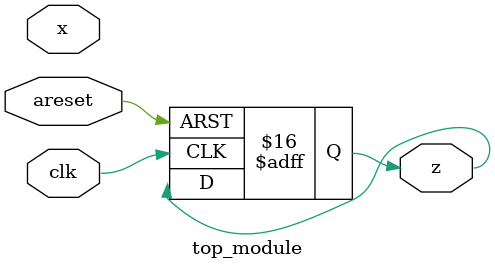
<source format=sv>
module top_module (
  input clk,
  input areset,
  input x,
  output reg z
);

  reg state;
  reg x_reg;
  
  always @(posedge clk or negedge areset) begin
    if (!areset) begin
      state <= 0;
      x_reg <= 0;
      z <= 0;
    end else begin
      case(state)
        0: begin // IDLE State
          if (!areset)
            state <= 0;
          else if (!x)
            state <= 1;
        end
        1: begin // CONVERT State
          x_reg <= x;
          state <= 2;
        end
        2: begin // OUTPUT State
          if (x_reg)
            z <= ~z;
          state <= 0;
        end
      endcase
    end
  end
  
endmodule

</source>
